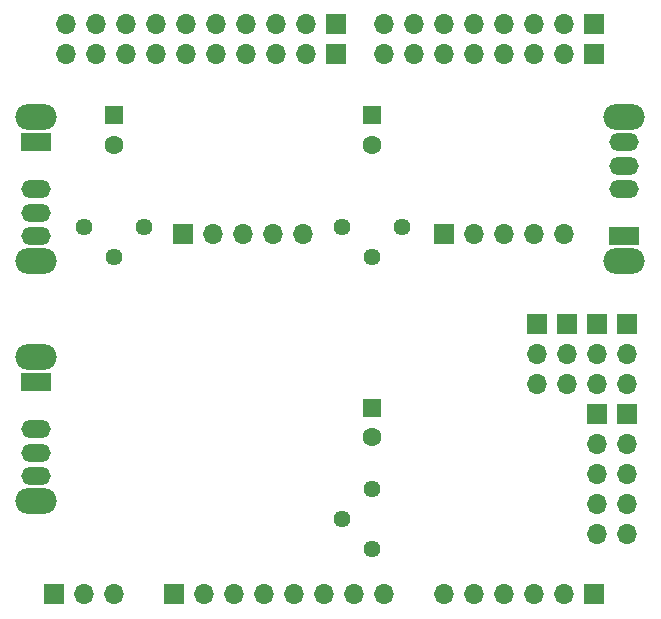
<source format=gbr>
%TF.GenerationSoftware,KiCad,Pcbnew,(6.0.10)*%
%TF.CreationDate,2023-03-19T11:26:14+01:00*%
%TF.ProjectId,arduino-level-shifter-shield,61726475-696e-46f2-9d6c-6576656c2d73,1*%
%TF.SameCoordinates,Original*%
%TF.FileFunction,Soldermask,Bot*%
%TF.FilePolarity,Negative*%
%FSLAX46Y46*%
G04 Gerber Fmt 4.6, Leading zero omitted, Abs format (unit mm)*
G04 Created by KiCad (PCBNEW (6.0.10)) date 2023-03-19 11:26:14*
%MOMM*%
%LPD*%
G01*
G04 APERTURE LIST*
%ADD10R,1.700000X1.700000*%
%ADD11O,1.700000X1.700000*%
%ADD12O,3.500000X2.200000*%
%ADD13R,2.500000X1.500000*%
%ADD14O,2.500000X1.500000*%
%ADD15R,1.600000X1.600000*%
%ADD16C,1.600000*%
%ADD17C,1.440000*%
G04 APERTURE END LIST*
D10*
%TO.C,J53*%
X28960000Y48260000D03*
D11*
X26420000Y48260000D03*
X23880000Y48260000D03*
X21340000Y48260000D03*
X18800000Y48260000D03*
X16260000Y48260000D03*
X13720000Y48260000D03*
X11180000Y48260000D03*
X8640000Y48260000D03*
X6100000Y48260000D03*
%TD*%
D12*
%TO.C,SW2*%
X3556000Y42943200D03*
X3556000Y30743200D03*
D13*
X3556000Y40843200D03*
D14*
X3556000Y36843200D03*
X3556000Y34843200D03*
X3556000Y32843200D03*
%TD*%
D10*
%TO.C,J46*%
X50800000Y50800000D03*
D11*
X48260000Y50800000D03*
X45720000Y50800000D03*
X43180000Y50800000D03*
X40640000Y50800000D03*
X38100000Y50800000D03*
X35560000Y50800000D03*
X33020000Y50800000D03*
%TD*%
D15*
%TO.C,C13*%
X32004000Y43092379D03*
D16*
X32004000Y40592379D03*
%TD*%
D10*
%TO.C,J41*%
X15240000Y2540000D03*
D11*
X17780000Y2540000D03*
X20320000Y2540000D03*
X22860000Y2540000D03*
X25400000Y2540000D03*
X27940000Y2540000D03*
X30480000Y2540000D03*
X33020000Y2540000D03*
%TD*%
D10*
%TO.C,J56*%
X50800000Y48260000D03*
D11*
X48260000Y48260000D03*
X45720000Y48260000D03*
X43180000Y48260000D03*
X40640000Y48260000D03*
X38100000Y48260000D03*
X35560000Y48260000D03*
X33020000Y48260000D03*
%TD*%
D10*
%TO.C,J55*%
X48460000Y25400000D03*
D11*
X48460000Y22860000D03*
X48460000Y20320000D03*
%TD*%
D17*
%TO.C,R32*%
X32004000Y6350000D03*
X29464000Y8890000D03*
X32004000Y11430000D03*
%TD*%
D10*
%TO.C,J51*%
X51000000Y17780000D03*
D11*
X51000000Y15240000D03*
X51000000Y12700000D03*
X51000000Y10160000D03*
X51000000Y7620000D03*
%TD*%
D12*
%TO.C,SW3*%
X3556000Y22623200D03*
X3556000Y10423200D03*
D13*
X3556000Y20523200D03*
D14*
X3556000Y16523200D03*
X3556000Y14523200D03*
X3556000Y12523200D03*
%TD*%
D15*
%TO.C,C23*%
X10160000Y43092379D03*
D16*
X10160000Y40592379D03*
%TD*%
D10*
%TO.C,J43*%
X50800000Y2540000D03*
D11*
X48260000Y2540000D03*
X45720000Y2540000D03*
X43180000Y2540000D03*
X40640000Y2540000D03*
X38100000Y2540000D03*
%TD*%
D10*
%TO.C,J52*%
X53540000Y17780000D03*
D11*
X53540000Y15240000D03*
X53540000Y12700000D03*
X53540000Y10160000D03*
X53540000Y7620000D03*
%TD*%
D10*
%TO.C,J54*%
X45920000Y25400000D03*
D11*
X45920000Y22860000D03*
X45920000Y20320000D03*
%TD*%
D17*
%TO.C,R22*%
X12700000Y33655000D03*
X10160000Y31115000D03*
X7620000Y33655000D03*
%TD*%
%TO.C,R12*%
X34544000Y33655000D03*
X32004000Y31115000D03*
X29464000Y33655000D03*
%TD*%
D10*
%TO.C,J1*%
X38100000Y33020000D03*
D11*
X40640000Y33020000D03*
X43180000Y33020000D03*
X45720000Y33020000D03*
X48260000Y33020000D03*
%TD*%
D10*
%TO.C,J3*%
X5080000Y2540000D03*
D11*
X7620000Y2540000D03*
X10160000Y2540000D03*
%TD*%
D10*
%TO.C,J42*%
X28960000Y50800000D03*
D11*
X26420000Y50800000D03*
X23880000Y50800000D03*
X21340000Y50800000D03*
X18800000Y50800000D03*
X16260000Y50800000D03*
X13720000Y50800000D03*
X11180000Y50800000D03*
X8640000Y50800000D03*
X6100000Y50800000D03*
%TD*%
D10*
%TO.C,J2*%
X16002000Y33020000D03*
D11*
X18542000Y33020000D03*
X21082000Y33020000D03*
X23622000Y33020000D03*
X26162000Y33020000D03*
%TD*%
D15*
%TO.C,C33*%
X32004000Y18327379D03*
D16*
X32004000Y15827379D03*
%TD*%
D12*
%TO.C,SW1*%
X53340000Y30730000D03*
X53340000Y42930000D03*
D13*
X53340000Y32830000D03*
D14*
X53340000Y36830000D03*
X53340000Y38830000D03*
X53340000Y40830000D03*
%TD*%
D10*
%TO.C,J45*%
X53540000Y25400000D03*
D11*
X53540000Y22860000D03*
X53540000Y20320000D03*
%TD*%
D10*
%TO.C,J44*%
X51000000Y25400000D03*
D11*
X51000000Y22860000D03*
X51000000Y20320000D03*
%TD*%
M02*

</source>
